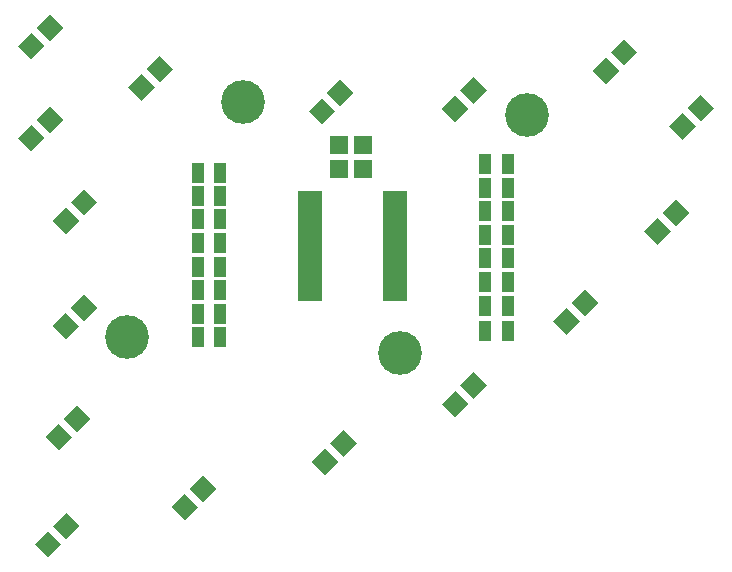
<source format=gts>
G04 #@! TF.FileFunction,Soldermask,Top*
%FSLAX46Y46*%
G04 Gerber Fmt 4.6, Leading zero omitted, Abs format (unit mm)*
G04 Created by KiCad (PCBNEW 4.0.7-e2-6376~61~ubuntu18.04.1) date Wed May 30 21:50:51 2018*
%MOMM*%
%LPD*%
G01*
G04 APERTURE LIST*
%ADD10C,0.100000*%
%ADD11C,3.700000*%
%ADD12R,2.150000X0.850000*%
%ADD13R,1.600000X1.600000*%
%ADD14R,1.100000X1.700000*%
G04 APERTURE END LIST*
D10*
D11*
X123150000Y-90400000D03*
X147200000Y-91500000D03*
X136450000Y-111650000D03*
X113350000Y-110300000D03*
D10*
G36*
X131727817Y-118190812D02*
X132859188Y-119322183D01*
X131727817Y-120453554D01*
X130596446Y-119322183D01*
X131727817Y-118190812D01*
X131727817Y-118190812D01*
G37*
G36*
X130172183Y-119746446D02*
X131303554Y-120877817D01*
X130172183Y-122009188D01*
X129040812Y-120877817D01*
X130172183Y-119746446D01*
X130172183Y-119746446D01*
G37*
G36*
X142727817Y-113290812D02*
X143859188Y-114422183D01*
X142727817Y-115553554D01*
X141596446Y-114422183D01*
X142727817Y-113290812D01*
X142727817Y-113290812D01*
G37*
G36*
X141172183Y-114846446D02*
X142303554Y-115977817D01*
X141172183Y-117109188D01*
X140040812Y-115977817D01*
X141172183Y-114846446D01*
X141172183Y-114846446D01*
G37*
G36*
X152127817Y-106290812D02*
X153259188Y-107422183D01*
X152127817Y-108553554D01*
X150996446Y-107422183D01*
X152127817Y-106290812D01*
X152127817Y-106290812D01*
G37*
G36*
X150572183Y-107846446D02*
X151703554Y-108977817D01*
X150572183Y-110109188D01*
X149440812Y-108977817D01*
X150572183Y-107846446D01*
X150572183Y-107846446D01*
G37*
G36*
X159850000Y-98668629D02*
X160981371Y-99800000D01*
X159850000Y-100931371D01*
X158718629Y-99800000D01*
X159850000Y-98668629D01*
X159850000Y-98668629D01*
G37*
G36*
X158294366Y-100224263D02*
X159425737Y-101355634D01*
X158294366Y-102487005D01*
X157162995Y-101355634D01*
X158294366Y-100224263D01*
X158294366Y-100224263D01*
G37*
G36*
X161927817Y-89790812D02*
X163059188Y-90922183D01*
X161927817Y-92053554D01*
X160796446Y-90922183D01*
X161927817Y-89790812D01*
X161927817Y-89790812D01*
G37*
G36*
X160372183Y-91346446D02*
X161503554Y-92477817D01*
X160372183Y-93609188D01*
X159240812Y-92477817D01*
X160372183Y-91346446D01*
X160372183Y-91346446D01*
G37*
G36*
X155450000Y-85068629D02*
X156581371Y-86200000D01*
X155450000Y-87331371D01*
X154318629Y-86200000D01*
X155450000Y-85068629D01*
X155450000Y-85068629D01*
G37*
G36*
X153894366Y-86624263D02*
X155025737Y-87755634D01*
X153894366Y-88887005D01*
X152762995Y-87755634D01*
X153894366Y-86624263D01*
X153894366Y-86624263D01*
G37*
G36*
X142727817Y-88290812D02*
X143859188Y-89422183D01*
X142727817Y-90553554D01*
X141596446Y-89422183D01*
X142727817Y-88290812D01*
X142727817Y-88290812D01*
G37*
G36*
X141172183Y-89846446D02*
X142303554Y-90977817D01*
X141172183Y-92109188D01*
X140040812Y-90977817D01*
X141172183Y-89846446D01*
X141172183Y-89846446D01*
G37*
G36*
X131427817Y-88490812D02*
X132559188Y-89622183D01*
X131427817Y-90753554D01*
X130296446Y-89622183D01*
X131427817Y-88490812D01*
X131427817Y-88490812D01*
G37*
G36*
X129872183Y-90046446D02*
X131003554Y-91177817D01*
X129872183Y-92309188D01*
X128740812Y-91177817D01*
X129872183Y-90046446D01*
X129872183Y-90046446D01*
G37*
G36*
X116127817Y-86490812D02*
X117259188Y-87622183D01*
X116127817Y-88753554D01*
X114996446Y-87622183D01*
X116127817Y-86490812D01*
X116127817Y-86490812D01*
G37*
G36*
X114572183Y-88046446D02*
X115703554Y-89177817D01*
X114572183Y-90309188D01*
X113440812Y-89177817D01*
X114572183Y-88046446D01*
X114572183Y-88046446D01*
G37*
G36*
X106827817Y-82990812D02*
X107959188Y-84122183D01*
X106827817Y-85253554D01*
X105696446Y-84122183D01*
X106827817Y-82990812D01*
X106827817Y-82990812D01*
G37*
G36*
X105272183Y-84546446D02*
X106403554Y-85677817D01*
X105272183Y-86809188D01*
X104140812Y-85677817D01*
X105272183Y-84546446D01*
X105272183Y-84546446D01*
G37*
G36*
X106827817Y-90790812D02*
X107959188Y-91922183D01*
X106827817Y-93053554D01*
X105696446Y-91922183D01*
X106827817Y-90790812D01*
X106827817Y-90790812D01*
G37*
G36*
X105272183Y-92346446D02*
X106403554Y-93477817D01*
X105272183Y-94609188D01*
X104140812Y-93477817D01*
X105272183Y-92346446D01*
X105272183Y-92346446D01*
G37*
G36*
X109727817Y-97790812D02*
X110859188Y-98922183D01*
X109727817Y-100053554D01*
X108596446Y-98922183D01*
X109727817Y-97790812D01*
X109727817Y-97790812D01*
G37*
G36*
X108172183Y-99346446D02*
X109303554Y-100477817D01*
X108172183Y-101609188D01*
X107040812Y-100477817D01*
X108172183Y-99346446D01*
X108172183Y-99346446D01*
G37*
G36*
X109727817Y-106690812D02*
X110859188Y-107822183D01*
X109727817Y-108953554D01*
X108596446Y-107822183D01*
X109727817Y-106690812D01*
X109727817Y-106690812D01*
G37*
G36*
X108172183Y-108246446D02*
X109303554Y-109377817D01*
X108172183Y-110509188D01*
X107040812Y-109377817D01*
X108172183Y-108246446D01*
X108172183Y-108246446D01*
G37*
G36*
X109127817Y-116090812D02*
X110259188Y-117222183D01*
X109127817Y-118353554D01*
X107996446Y-117222183D01*
X109127817Y-116090812D01*
X109127817Y-116090812D01*
G37*
G36*
X107572183Y-117646446D02*
X108703554Y-118777817D01*
X107572183Y-119909188D01*
X106440812Y-118777817D01*
X107572183Y-117646446D01*
X107572183Y-117646446D01*
G37*
G36*
X108227817Y-125190812D02*
X109359188Y-126322183D01*
X108227817Y-127453554D01*
X107096446Y-126322183D01*
X108227817Y-125190812D01*
X108227817Y-125190812D01*
G37*
G36*
X106672183Y-126746446D02*
X107803554Y-127877817D01*
X106672183Y-129009188D01*
X105540812Y-127877817D01*
X106672183Y-126746446D01*
X106672183Y-126746446D01*
G37*
G36*
X119805634Y-122012995D02*
X120937005Y-123144366D01*
X119805634Y-124275737D01*
X118674263Y-123144366D01*
X119805634Y-122012995D01*
X119805634Y-122012995D01*
G37*
G36*
X118250000Y-123568629D02*
X119381371Y-124700000D01*
X118250000Y-125831371D01*
X117118629Y-124700000D01*
X118250000Y-123568629D01*
X118250000Y-123568629D01*
G37*
D12*
X136050000Y-106825000D03*
X136050000Y-106175000D03*
X136050000Y-105525000D03*
X136050000Y-104875000D03*
X136050000Y-104225000D03*
X136050000Y-103575000D03*
X136050000Y-102925000D03*
X136050000Y-102275000D03*
X136050000Y-101625000D03*
X136050000Y-100975000D03*
X136050000Y-100325000D03*
X136050000Y-99675000D03*
X136050000Y-99025000D03*
X136050000Y-98375000D03*
X128850000Y-98375000D03*
X128850000Y-99025000D03*
X128850000Y-99675000D03*
X128850000Y-100325000D03*
X128850000Y-100975000D03*
X128850000Y-101625000D03*
X128850000Y-102275000D03*
X128850000Y-102925000D03*
X128850000Y-103575000D03*
X128850000Y-104225000D03*
X128850000Y-104875000D03*
X128850000Y-105525000D03*
X128850000Y-106175000D03*
X128850000Y-106825000D03*
D13*
X133381650Y-96098721D03*
X131281650Y-96098721D03*
X133381647Y-94098724D03*
X131281647Y-94098724D03*
D14*
X121272320Y-110351244D03*
X119372320Y-110351244D03*
X121272321Y-108351242D03*
X119372321Y-108351242D03*
X121272319Y-106351242D03*
X119372319Y-106351242D03*
X121272320Y-104351244D03*
X119372320Y-104351244D03*
X121272320Y-102351244D03*
X119372320Y-102351244D03*
X121272320Y-100351244D03*
X119372320Y-100351244D03*
X121272319Y-98351245D03*
X119372319Y-98351245D03*
X121272320Y-96419593D03*
X119372320Y-96419593D03*
X143700763Y-95661338D03*
X145600763Y-95661338D03*
X143700765Y-97661336D03*
X145600765Y-97661336D03*
X143700768Y-99661336D03*
X145600768Y-99661336D03*
X143700763Y-101661340D03*
X145600763Y-101661340D03*
X143700766Y-103661336D03*
X145600766Y-103661336D03*
X143700765Y-105661340D03*
X145600765Y-105661340D03*
X143700764Y-107661343D03*
X145600764Y-107661343D03*
X143700761Y-109838681D03*
X145600761Y-109838681D03*
M02*

</source>
